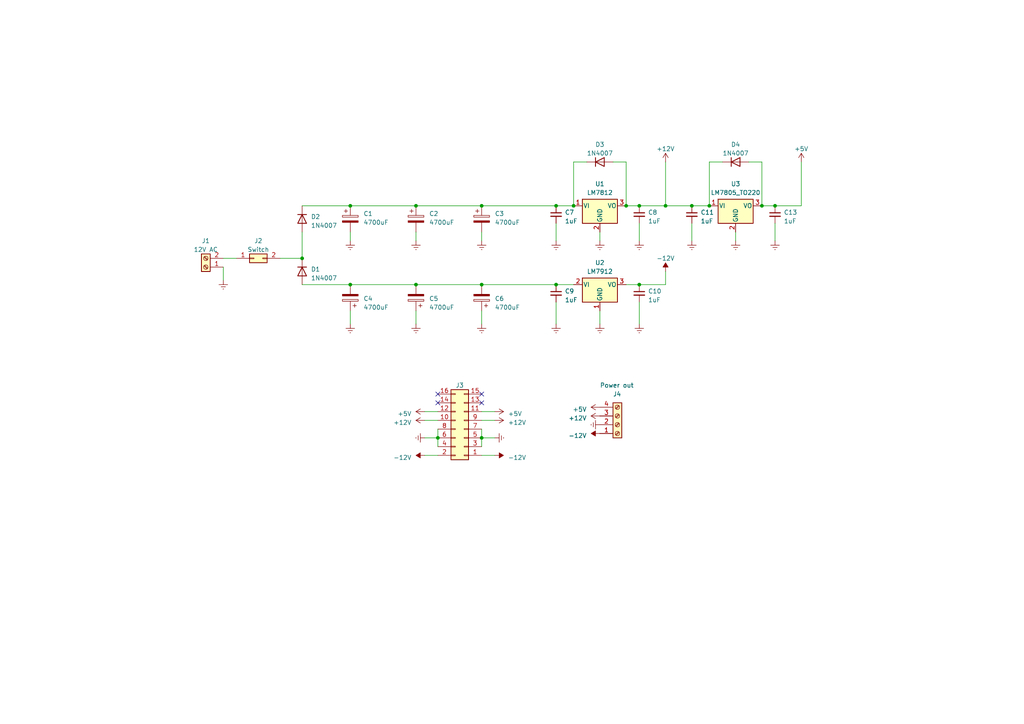
<source format=kicad_sch>
(kicad_sch (version 20230121) (generator eeschema)
  (paper "A4")
  (title_block (title "PSU") (date "2023-04-29") (rev "1") (company "K.A.O.S"))
  (lib_symbols
    (symbol "Connector:Screw_Terminal_01x02" (pin_names (offset 1.016) hide)
      (property "Reference" "J" (at 0 2.54 0))
      (property "Value" "Screw_Terminal_01x02" (at 0 -5.08 0))
      (symbol "Screw_Terminal_01x02_1_1"
        (rectangle (start -1.27 1.27) (end 1.27 -3.81) (stroke (width 0.254)) (fill (type background)))
        (circle (center 0 -2.54) (radius 0.635) (stroke (width 0.1524)))
        (polyline (pts (xy -0.5334 -2.2098) (xy 0.3302 -3.048)) (stroke (width 0.1524)))
        (polyline (pts (xy -0.5334 0.3302) (xy 0.3302 -0.508)) (stroke (width 0.1524)))
        (polyline (pts (xy -0.3556 -2.032) (xy 0.508 -2.8702)) (stroke (width 0.1524)))
        (polyline (pts (xy -0.3556 0.508) (xy 0.508 -0.3302)) (stroke (width 0.1524)))
        (circle (center 0 0) (radius 0.635) (stroke (width 0.1524)))
        (pin passive line (at -5.08 0 0) (length 3.81) (name "Pin_1") (number "1"))
        (pin passive line (at -5.08 -2.54 0) (length 3.81) (name "Pin_2") (number "2"))
      )
    )
    (symbol "Connector:Screw_Terminal_01x04" (pin_names (offset 1.016) hide)
      (property "Reference" "J" (at 0 5.08 0))
      (property "Value" "Screw_Terminal_01x04" (at 0 -7.62 0))
      (symbol "Screw_Terminal_01x04_1_1"
        (rectangle (start -1.27 3.81) (end 1.27 -6.35) (stroke (width 0.254)) (fill (type background)))
        (circle (center 0 -5.08) (radius 0.635) (stroke (width 0.1524)))
        (circle (center 0 -2.54) (radius 0.635) (stroke (width 0.1524)))
        (polyline (pts (xy -0.5334 -4.7498) (xy 0.3302 -5.588)) (stroke (width 0.1524)))
        (polyline (pts (xy -0.5334 -2.2098) (xy 0.3302 -3.048)) (stroke (width 0.1524)))
        (polyline (pts (xy -0.5334 0.3302) (xy 0.3302 -0.508)) (stroke (width 0.1524)))
        (polyline (pts (xy -0.5334 2.8702) (xy 0.3302 2.032)) (stroke (width 0.1524)))
        (polyline (pts (xy -0.3556 -4.572) (xy 0.508 -5.4102)) (stroke (width 0.1524)))
        (polyline (pts (xy -0.3556 -2.032) (xy 0.508 -2.8702)) (stroke (width 0.1524)))
        (polyline (pts (xy -0.3556 0.508) (xy 0.508 -0.3302)) (stroke (width 0.1524)))
        (polyline (pts (xy -0.3556 3.048) (xy 0.508 2.2098)) (stroke (width 0.1524)))
        (circle (center 0 0) (radius 0.635) (stroke (width 0.1524)))
        (circle (center 0 2.54) (radius 0.635) (stroke (width 0.1524)))
        (pin passive line (at -5.08 2.54 0) (length 3.81) (name "Pin_1") (number "1"))
        (pin passive line (at -5.08 0 0) (length 3.81) (name "Pin_2") (number "2"))
        (pin passive line (at -5.08 -2.54 0) (length 3.81) (name "Pin_3") (number "3"))
        (pin passive line (at -5.08 -5.08 0) (length 3.81) (name "Pin_4") (number "4"))
      )
    )
    (symbol "Connector_Generic:Conn_02x01" (pin_names (offset 1.016) hide)
      (property "Reference" "J" (at 1.27 2.54 0))
      (property "Value" "Conn_02x01" (at 1.27 -2.54 0))
      (symbol "Conn_02x01_1_1"
        (rectangle (start -1.27 0.127) (end 0 -0.127) (stroke (width 0.1524)))
        (rectangle (start -1.27 1.27) (end 3.81 -1.27) (stroke (width 0.254)) (fill (type background)))
        (rectangle (start 3.81 0.127) (end 2.54 -0.127) (stroke (width 0.1524)))
        (pin passive line (at -5.08 0 0) (length 3.81) (name "Pin_1") (number "1"))
        (pin passive line (at 7.62 0 180) (length 3.81) (name "Pin_2") (number "2"))
      )
    )
    (symbol "Connector_Generic:Conn_02x08_Odd_Even" (pin_names (offset 1.016) hide)
      (property "Reference" "J" (at 1.27 10.16 0))
      (property "Value" "Conn_02x08_Odd_Even" (at 1.27 -12.7 0))
      (symbol "Conn_02x08_Odd_Even_1_1"
        (rectangle (start -1.27 -10.033) (end 0 -10.287) (stroke (width 0.1524)))
        (rectangle (start -1.27 -7.493) (end 0 -7.747) (stroke (width 0.1524)))
        (rectangle (start -1.27 -4.953) (end 0 -5.207) (stroke (width 0.1524)))
        (rectangle (start -1.27 -2.413) (end 0 -2.667) (stroke (width 0.1524)))
        (rectangle (start -1.27 0.127) (end 0 -0.127) (stroke (width 0.1524)))
        (rectangle (start -1.27 2.667) (end 0 2.413) (stroke (width 0.1524)))
        (rectangle (start -1.27 5.207) (end 0 4.953) (stroke (width 0.1524)))
        (rectangle (start -1.27 7.747) (end 0 7.493) (stroke (width 0.1524)))
        (rectangle (start -1.27 8.89) (end 3.81 -11.43) (stroke (width 0.254)) (fill (type background)))
        (rectangle (start 3.81 -10.033) (end 2.54 -10.287) (stroke (width 0.1524)))
        (rectangle (start 3.81 -7.493) (end 2.54 -7.747) (stroke (width 0.1524)))
        (rectangle (start 3.81 -4.953) (end 2.54 -5.207) (stroke (width 0.1524)))
        (rectangle (start 3.81 -2.413) (end 2.54 -2.667) (stroke (width 0.1524)))
        (rectangle (start 3.81 0.127) (end 2.54 -0.127) (stroke (width 0.1524)))
        (rectangle (start 3.81 2.667) (end 2.54 2.413) (stroke (width 0.1524)))
        (rectangle (start 3.81 5.207) (end 2.54 4.953) (stroke (width 0.1524)))
        (rectangle (start 3.81 7.747) (end 2.54 7.493) (stroke (width 0.1524)))
        (pin passive line (at -5.08 7.62 0) (length 3.81) (name "Pin_1") (number "1"))
        (pin passive line (at 7.62 -2.54 180) (length 3.81) (name "Pin_10") (number "10"))
        (pin passive line (at -5.08 -5.08 0) (length 3.81) (name "Pin_11") (number "11"))
        (pin passive line (at 7.62 -5.08 180) (length 3.81) (name "Pin_12") (number "12"))
        (pin passive line (at -5.08 -7.62 0) (length 3.81) (name "Pin_13") (number "13"))
        (pin passive line (at 7.62 -7.62 180) (length 3.81) (name "Pin_14") (number "14"))
        (pin passive line (at -5.08 -10.16 0) (length 3.81) (name "Pin_15") (number "15"))
        (pin passive line (at 7.62 -10.16 180) (length 3.81) (name "Pin_16") (number "16"))
        (pin passive line (at 7.62 7.62 180) (length 3.81) (name "Pin_2") (number "2"))
        (pin passive line (at -5.08 5.08 0) (length 3.81) (name "Pin_3") (number "3"))
        (pin passive line (at 7.62 5.08 180) (length 3.81) (name "Pin_4") (number "4"))
        (pin passive line (at -5.08 2.54 0) (length 3.81) (name "Pin_5") (number "5"))
        (pin passive line (at 7.62 2.54 180) (length 3.81) (name "Pin_6") (number "6"))
        (pin passive line (at -5.08 0 0) (length 3.81) (name "Pin_7") (number "7"))
        (pin passive line (at 7.62 0 180) (length 3.81) (name "Pin_8") (number "8"))
        (pin passive line (at -5.08 -2.54 0) (length 3.81) (name "Pin_9") (number "9"))
      )
    )
    (symbol "Device:C_Polarized" (pin_numbers hide) (pin_names (offset 0.254))
      (property "Reference" "C" (at 0.635 2.54 0))
      (property "Value" "C_Polarized" (at 0.635 -2.54 0))
      (symbol "C_Polarized_0_1"
        (rectangle (start -2.286 0.508) (end 2.286 1.016))
        (polyline (pts (xy -1.778 2.286) (xy -0.762 2.286)))
        (polyline (pts (xy -1.27 2.794) (xy -1.27 1.778)))
        (rectangle (start 2.286 -0.508) (end -2.286 -1.016) (fill (type outline)))
      )
      (symbol "C_Polarized_1_1"
        (pin passive line (at 0 3.81 270) (length 2.794) (name "~") (number "1"))
        (pin passive line (at 0 -3.81 90) (length 2.794) (name "~") (number "2"))
      )
    )
    (symbol "Device:C_Small" (pin_numbers hide) (pin_names (offset 0.254) hide)
      (property "Reference" "C" (at 0.254 1.778 0))
      (property "Value" "C_Small" (at 0.254 -2.032 0))
      (symbol "C_Small_0_1"
        (polyline (pts (xy -1.524 -0.508) (xy 1.524 -0.508)) (stroke (width 0.3302)))
        (polyline (pts (xy -1.524 0.508) (xy 1.524 0.508)) (stroke (width 0.3048)))
      )
      (symbol "C_Small_1_1"
        (pin passive line (at 0 2.54 270) (length 2.032) (name "~") (number "1"))
        (pin passive line (at 0 -2.54 90) (length 2.032) (name "~") (number "2"))
      )
    )
    (symbol "Diode:1N4007" (pin_numbers hide) (pin_names hide)
      (property "Reference" "D" (at 0 2.54 0))
      (property "Value" "1N4007" (at 0 -2.54 0))
      (symbol "1N4007_0_1"
        (polyline (pts (xy -1.27 1.27) (xy -1.27 -1.27)) (stroke (width 0.254)))
        (polyline (pts (xy 1.27 0) (xy -1.27 0)))
        (polyline (pts (xy 1.27 1.27) (xy 1.27 -1.27) (xy -1.27 0) (xy 1.27 1.27)) (stroke (width 0.254)))
      )
      (symbol "1N4007_1_1"
        (pin passive line (at -3.81 0 0) (length 2.54) (name "K") (number "1"))
        (pin passive line (at 3.81 0 180) (length 2.54) (name "A") (number "2"))
      )
    )
    (symbol "Regulator_Linear:LM7805_TO220" (pin_names (offset 0.254))
      (property "Reference" "U" (at -3.81 3.175 0))
      (property "Value" "LM7805_TO220" (at 0 3.175 0))
      (symbol "LM7805_TO220_0_1"
        (rectangle (start -5.08 1.905) (end 5.08 -5.08) (stroke (width 0.254)) (fill (type background)))
      )
      (symbol "LM7805_TO220_1_1"
        (pin power_in line (at -7.62 0 0) (length 2.54) (name "VI") (number "1"))
        (pin power_in line (at 0 -7.62 90) (length 2.54) (name "GND") (number "2"))
        (pin power_out line (at 7.62 0 180) (length 2.54) (name "VO") (number "3"))
      )
    )
    (symbol "Regulator_Linear:LM7812_TO220" (pin_names (offset 0.254))
      (property "Reference" "U" (at -3.81 3.175 0))
      (property "Value" "LM7812_TO220" (at 0 3.175 0))
      (symbol "LM7812_TO220_0_1"
        (rectangle (start -5.08 1.905) (end 5.08 -5.08) (stroke (width 0.254)) (fill (type background)))
      )
      (symbol "LM7812_TO220_1_1"
        (pin power_in line (at -7.62 0 0) (length 2.54) (name "VI") (number "1"))
        (pin power_in line (at 0 -7.62 90) (length 2.54) (name "GND") (number "2"))
        (pin power_out line (at 7.62 0 180) (length 2.54) (name "VO") (number "3"))
      )
    )
    (symbol "Regulator_Linear:LM7912_TO220" (pin_names (offset 0.254))
      (property "Reference" "U" (at -3.81 -3.175 0))
      (property "Value" "LM7912_TO220" (at 0 -3.175 0))
      (symbol "LM7912_TO220_0_1"
        (rectangle (start -5.08 5.08) (end 5.08 -1.905) (stroke (width 0.254)) (fill (type background)))
      )
      (symbol "LM7912_TO220_1_1"
        (pin power_in line (at 0 7.62 270) (length 2.54) (name "GND") (number "1"))
        (pin power_in line (at -7.62 0 0) (length 2.54) (name "VI") (number "2"))
        (pin power_out line (at 7.62 0 180) (length 2.54) (name "VO") (number "3"))
      )
    )
    (symbol "power:+12V" (power) (pin_names (offset 0))
      (property "Value" "+12V" (at 0 3.556 0))
      (symbol "+12V_0_1"
        (polyline (pts (xy -0.762 1.27) (xy 0 2.54)))
        (polyline (pts (xy 0 0) (xy 0 2.54)))
        (polyline (pts (xy 0 2.54) (xy 0.762 1.27)))
      )
      (symbol "+12V_1_1"
        (pin power_in line (at 0 0 90) (length 0) hide (name "+12V") (number "1"))
      )
    )
    (symbol "power:+5V" (power) (pin_names (offset 0))
      (property "Value" "+5V" (at 0 3.556 0))
      (symbol "+5V_0_1"
        (polyline (pts (xy -0.762 1.27) (xy 0 2.54)))
        (polyline (pts (xy 0 0) (xy 0 2.54)))
        (polyline (pts (xy 0 2.54) (xy 0.762 1.27)))
      )
      (symbol "+5V_1_1"
        (pin power_in line (at 0 0 90) (length 0) hide (name "+5V") (number "1"))
      )
    )
    (symbol "power:-12V" (power) (pin_names (offset 0))
      (property "Value" "-12V" (at 0 3.81 0))
      (symbol "-12V_0_0"
        (pin power_in line (at 0 0 90) (length 0) hide (name "-12V") (number "1"))
      )
      (symbol "-12V_0_1"
        (polyline (pts (xy 0 0) (xy 0 1.27) (xy 0.762 1.27) (xy 0 2.54) (xy -0.762 1.27) (xy 0 1.27)) (fill (type outline)))
      )
    )
    (symbol "power:GNDREF" (power) (pin_names (offset 0))
      (property "Value" "GNDREF" (at 0 -3.81 0))
      (symbol "GNDREF_0_1"
        (polyline (pts (xy -0.635 -1.905) (xy 0.635 -1.905)))
        (polyline (pts (xy -0.127 -2.54) (xy 0.127 -2.54)))
        (polyline (pts (xy 0 -1.27) (xy 0 0)))
        (polyline (pts (xy 1.27 -1.27) (xy -1.27 -1.27)))
      )
      (symbol "GNDREF_1_1"
        (pin power_in line (at 0 0 270) (length 0) hide (name "GNDREF") (number "1"))
      )
    )
  )
  (junction (at 200.66 59.69))
  (junction (at 185.42 59.69))
  (junction (at 139.7 82.55))
  (junction (at 139.7 127))
  (junction (at 161.29 82.55))
  (junction (at 101.6 82.55))
  (junction (at 185.42 82.55))
  (junction (at 87.63 74.93))
  (junction (at 127 127))
  (junction (at 120.65 59.69))
  (junction (at 181.61 59.69))
  (junction (at 139.7 59.69))
  (junction (at 224.79 59.69))
  (junction (at 166.37 59.69))
  (junction (at 120.65 82.55))
  (junction (at 193.04 59.69))
  (junction (at 205.74 59.69))
  (junction (at 161.29 59.69))
  (junction (at 101.6 59.69))
  (junction (at 220.98 59.69))
  (no_connect (at 127 116.84))
  (no_connect (at 139.7 116.84))
  (no_connect (at 139.7 114.3))
  (no_connect (at 127 114.3))
  (wire (pts (xy 101.6 59.69) (xy 120.65 59.69)))
  (wire (pts (xy 139.7 82.55) (xy 161.29 82.55)))
  (wire (pts (xy 205.74 46.99) (xy 205.74 59.69)))
  (wire (pts (xy 139.7 132.08) (xy 143.51 132.08)))
  (wire (pts (xy 139.7 119.38) (xy 143.51 119.38)))
  (wire (pts (xy 166.37 46.99) (xy 166.37 59.69)))
  (wire (pts (xy 232.41 46.99) (xy 232.41 59.69)))
  (wire (pts (xy 161.29 82.55) (xy 166.37 82.55)))
  (wire (pts (xy 200.66 64.77) (xy 200.66 69.85)))
  (wire (pts (xy 139.7 59.69) (xy 161.29 59.69)))
  (wire (pts (xy 217.17 46.99) (xy 220.98 46.99)))
  (wire (pts (xy 101.6 90.17) (xy 101.6 93.98)))
  (wire (pts (xy 123.19 127) (xy 127 127)))
  (wire (pts (xy 139.7 121.92) (xy 143.51 121.92)))
  (wire (pts (xy 139.7 90.17) (xy 139.7 93.98)))
  (wire (pts (xy 209.55 46.99) (xy 205.74 46.99)))
  (wire (pts (xy 87.63 67.31) (xy 87.63 74.93)))
  (wire (pts (xy 220.98 59.69) (xy 224.79 59.69)))
  (wire (pts (xy 161.29 59.69) (xy 166.37 59.69)))
  (wire (pts (xy 185.42 64.77) (xy 185.42 69.85)))
  (wire (pts (xy 185.42 82.55) (xy 193.04 82.55)))
  (wire (pts (xy 139.7 127) (xy 139.7 129.54)))
  (wire (pts (xy 185.42 87.63) (xy 185.42 93.98)))
  (wire (pts (xy 64.77 74.93) (xy 68.58 74.93)))
  (wire (pts (xy 120.65 59.69) (xy 139.7 59.69)))
  (wire (pts (xy 123.19 132.08) (xy 127 132.08)))
  (wire (pts (xy 161.29 87.63) (xy 161.29 93.98)))
  (wire (pts (xy 123.19 121.92) (xy 127 121.92)))
  (wire (pts (xy 181.61 59.69) (xy 185.42 59.69)))
  (wire (pts (xy 139.7 67.31) (xy 139.7 69.85)))
  (wire (pts (xy 193.04 46.99) (xy 193.04 59.69)))
  (wire (pts (xy 200.66 59.69) (xy 205.74 59.69)))
  (wire (pts (xy 81.28 74.93) (xy 87.63 74.93)))
  (wire (pts (xy 120.65 67.31) (xy 120.65 69.85)))
  (wire (pts (xy 173.99 67.31) (xy 173.99 69.85)))
  (wire (pts (xy 101.6 67.31) (xy 101.6 69.85)))
  (wire (pts (xy 177.8 46.99) (xy 181.61 46.99)))
  (wire (pts (xy 120.65 90.17) (xy 120.65 93.98)))
  (wire (pts (xy 87.63 82.55) (xy 101.6 82.55)))
  (wire (pts (xy 220.98 46.99) (xy 220.98 59.69)))
  (wire (pts (xy 193.04 78.74) (xy 193.04 82.55)))
  (wire (pts (xy 161.29 64.77) (xy 161.29 69.85)))
  (wire (pts (xy 101.6 82.55) (xy 120.65 82.55)))
  (wire (pts (xy 139.7 124.46) (xy 139.7 127)))
  (wire (pts (xy 123.19 119.38) (xy 127 119.38)))
  (wire (pts (xy 224.79 59.69) (xy 232.41 59.69)))
  (wire (pts (xy 224.79 64.77) (xy 224.79 69.85)))
  (wire (pts (xy 173.99 90.17) (xy 173.99 93.98)))
  (wire (pts (xy 127 127) (xy 127 129.54)))
  (wire (pts (xy 181.61 59.69) (xy 181.61 46.99)))
  (wire (pts (xy 139.7 127) (xy 143.51 127)))
  (wire (pts (xy 170.18 46.99) (xy 166.37 46.99)))
  (wire (pts (xy 120.65 82.55) (xy 139.7 82.55)))
  (wire (pts (xy 185.42 59.69) (xy 193.04 59.69)))
  (wire (pts (xy 127 124.46) (xy 127 127)))
  (wire (pts (xy 193.04 59.69) (xy 200.66 59.69)))
  (wire (pts (xy 64.77 77.47) (xy 64.77 81.28)))
  (wire (pts (xy 87.63 59.69) (xy 101.6 59.69)))
  (wire (pts (xy 181.61 82.55) (xy 185.42 82.55)))
  (wire (pts (xy 213.36 67.31) (xy 213.36 69.85)))
  (symbol (lib_id "power:GNDREF") (at 173.99 123.19 270) (unit 1)
    (property "Reference" "#PWR028" (effects hide))
    (property "Value" "GNDREF" (effects hide))
  )
  (symbol (lib_id "power:GNDREF") (at 64.77 81.28 0) (unit 1)
    (property "Reference" "#PWR01" (effects hide))
    (property "Value" "GNDREF" (effects hide))
  )
  (symbol (lib_id "power:GNDREF") (at 161.29 69.85 0) (unit 1)
    (property "Reference" "#PWR011" (effects hide))
    (property "Value" "GNDREF" (effects hide))
  )
  (symbol (lib_id "Regulator_Linear:LM7912_TO220") (at 173.99 82.55 0) (mirror x) (unit 1)
    (property "Reference" "U2" (at 173.99 76.2 0))
    (property "Value" "LM7912" (at 173.99 78.74 0))
    (property "Footprint" "Package_TO_SOT_THT:TO-220-3_Vertical" (effects hide))
    (property "Datasheet" "hhttps://www.onsemi.com/pub/Collateral/MC7900-D.PDF" (effects hide))
  )
  (symbol (lib_id "power:+12V") (at 193.04 46.99 0) (unit 1)
    (property "Reference" "#PWR017" (effects hide))
    (property "Value" "+12V" (at 193.04 43.18 0))
  )
  (symbol (lib_id "power:GNDREF") (at 185.42 93.98 0) (unit 1)
    (property "Reference" "#PWR07" (effects hide))
    (property "Value" "GNDREF" (effects hide))
  )
  (symbol (lib_id "power:GNDREF") (at 224.79 69.85 0) (unit 1)
    (property "Reference" "#PWR015" (effects hide))
    (property "Value" "GNDREF" (effects hide))
  )
  (symbol (lib_id "Device:C_Polarized") (at 120.65 86.36 180) (unit 1)
    (property "Reference" "C5" (at 124.46 86.614 0) (effects (justify right)))
    (property "Value" "4700uF" (at 124.46 89.154 0) (effects (justify right)))
  )
  (symbol (lib_id "power:GNDREF") (at 123.19 127 270) (unit 1)
    (property "Reference" "#PWR020" (effects hide))
    (property "Value" "GNDREF" (effects hide))
  )
  (symbol (lib_id "power:GNDREF") (at 139.7 69.85 0) (unit 1)
    (property "Reference" "#PWR010" (effects hide))
    (property "Value" "GNDREF" (effects hide))
  )
  (symbol (lib_id "Device:C_Small") (at 161.29 85.09 0) (unit 1)
    (property "Reference" "C9" (at 163.83 84.4613 0) (effects (justify left)))
    (property "Value" "1uF" (at 163.83 87.0013 0) (effects (justify left)))
  )
  (symbol (lib_id "Connector_Generic:Conn_02x08_Odd_Even") (at 134.62 124.46 180) (unit 1)
    (property "Reference" "J3" (at 133.35 111.76 0))
    (property "Value" "Conn_02x08_Odd_Even" (effects hide))
  )
  (symbol (lib_id "Diode:1N4007") (at 87.63 78.74 270) (unit 1)
    (property "Reference" "D1" (at 90.17 78.105 90) (effects (justify left)))
    (property "Value" "1N4007" (at 90.17 80.645 90) (effects (justify left)))
    (property "Footprint" "Diode_THT:D_DO-41_SOD81_P10.16mm_Horizontal" (effects hide))
    (property "Datasheet" "http://www.vishay.com/docs/88503/1n4001.pdf" (effects hide))
    (property "Sim.Device" "D" (effects hide))
    (property "Sim.Pins" "1=K 2=A" (effects hide))
  )
  (symbol (lib_id "Device:C_Polarized") (at 139.7 63.5 0) (unit 1)
    (property "Reference" "C3" (at 143.51 61.976 0) (effects (justify left)))
    (property "Value" "4700uF" (at 143.51 64.516 0) (effects (justify left)))
  )
  (symbol (lib_id "power:+12V") (at 173.99 120.65 90) (unit 1)
    (property "Reference" "#PWR029" (effects hide))
    (property "Value" "+12V" (at 170.18 121.285 90) (effects (justify left)))
  )
  (symbol (lib_id "Device:C_Polarized") (at 101.6 86.36 180) (unit 1)
    (property "Reference" "C4" (at 105.41 86.614 0) (effects (justify right)))
    (property "Value" "4700uF" (at 105.41 89.154 0) (effects (justify right)))
  )
  (symbol (lib_id "power:GNDREF") (at 185.42 69.85 0) (unit 1)
    (property "Reference" "#PWR013" (effects hide))
    (property "Value" "GNDREF" (effects hide))
  )
  (symbol (lib_id "Device:C_Small") (at 185.42 62.23 0) (unit 1)
    (property "Reference" "C8" (at 187.96 61.6013 0) (effects (justify left)))
    (property "Value" "1uF" (at 187.96 64.1413 0) (effects (justify left)))
  )
  (symbol (lib_id "power:GNDREF") (at 200.66 69.85 0) (unit 1)
    (property "Reference" "#PWR031" (effects hide))
    (property "Value" "GNDREF" (effects hide))
  )
  (symbol (lib_id "power:-12V") (at 193.04 78.74 0) (unit 1)
    (property "Reference" "#PWR016" (effects hide))
    (property "Value" "-12V" (at 193.04 74.93 0))
  )
  (symbol (lib_id "power:-12V") (at 173.99 125.73 90) (unit 1)
    (property "Reference" "#PWR027" (effects hide))
    (property "Value" "-12V" (at 170.18 126.365 90) (effects (justify left)))
  )
  (symbol (lib_id "Device:C_Small") (at 200.66 62.23 0) (unit 1)
    (property "Reference" "C11" (at 203.2 61.6013 0) (effects (justify left)))
    (property "Value" "1uF" (at 203.2 64.1413 0) (effects (justify left)))
  )
  (symbol (lib_id "power:+12V") (at 123.19 121.92 90) (unit 1)
    (property "Reference" "#PWR021" (effects hide))
    (property "Value" "+12V" (at 119.38 122.555 90) (effects (justify left)))
  )
  (symbol (lib_id "Connector:Screw_Terminal_01x04") (at 179.07 123.19 0) (mirror x) (unit 1)
    (property "Reference" "J4" (at 177.8 114.3 0) (effects (justify left)))
    (property "Value" "Power out" (at 173.99 111.76 0) (effects (justify left)))
  )
  (symbol (lib_id "power:-12V") (at 143.51 132.08 270) (unit 1)
    (property "Reference" "#PWR023" (effects hide))
    (property "Value" "-12V" (at 147.32 132.715 90) (effects (justify left)))
  )
  (symbol (lib_id "Device:C_Polarized") (at 139.7 86.36 180) (unit 1)
    (property "Reference" "C6" (at 143.51 86.614 0) (effects (justify right)))
    (property "Value" "4700uF" (at 143.51 89.154 0) (effects (justify right)))
  )
  (symbol (lib_id "power:GNDREF") (at 143.51 127 90) (unit 1)
    (property "Reference" "#PWR019" (effects hide))
    (property "Value" "GNDREF" (effects hide))
  )
  (symbol (lib_id "power:-12V") (at 123.19 132.08 90) (unit 1)
    (property "Reference" "#PWR024" (effects hide))
    (property "Value" "-12V" (at 119.38 132.715 90) (effects (justify left)))
  )
  (symbol (lib_id "Diode:1N4007") (at 87.63 63.5 270) (unit 1)
    (property "Reference" "D2" (at 90.17 62.865 90) (effects (justify left)))
    (property "Value" "1N4007" (at 90.17 65.405 90) (effects (justify left)))
    (property "Footprint" "Diode_THT:D_DO-41_SOD81_P10.16mm_Horizontal" (effects hide))
    (property "Datasheet" "http://www.vishay.com/docs/88503/1n4001.pdf" (effects hide))
    (property "Sim.Device" "D" (effects hide))
    (property "Sim.Pins" "1=K 2=A" (effects hide))
  )
  (symbol (lib_id "Device:C_Small") (at 224.79 62.23 0) (unit 1)
    (property "Reference" "C13" (at 227.33 61.6013 0) (effects (justify left)))
    (property "Value" "1uF" (at 227.33 64.1413 0) (effects (justify left)))
  )
  (symbol (lib_id "power:GNDREF") (at 120.65 93.98 0) (unit 1)
    (property "Reference" "#PWR03" (effects hide))
    (property "Value" "GNDREF" (effects hide))
  )
  (symbol (lib_id "power:+5V") (at 173.99 118.11 90) (unit 1)
    (property "Reference" "#PWR030" (effects hide))
    (property "Value" "+5V" (at 170.18 118.745 90) (effects (justify left)))
  )
  (symbol (lib_id "power:+5V") (at 143.51 119.38 270) (unit 1)
    (property "Reference" "#PWR026" (effects hide))
    (property "Value" "+5V" (at 147.32 120.015 90) (effects (justify left)))
  )
  (symbol (lib_id "power:GNDREF") (at 120.65 69.85 0) (unit 1)
    (property "Reference" "#PWR09" (effects hide))
    (property "Value" "GNDREF" (effects hide))
  )
  (symbol (lib_id "Diode:1N4007") (at 213.36 46.99 0) (unit 1)
    (property "Reference" "D4" (at 213.36 41.91 0))
    (property "Value" "1N4007" (at 213.36 44.45 0))
    (property "Footprint" "Diode_THT:D_DO-41_SOD81_P10.16mm_Horizontal" (effects hide))
    (property "Datasheet" "http://www.vishay.com/docs/88503/1n4001.pdf" (effects hide))
    (property "Sim.Device" "D" (effects hide))
    (property "Sim.Pins" "1=K 2=A" (effects hide))
  )
  (symbol (lib_id "power:GNDREF") (at 139.7 93.98 0) (unit 1)
    (property "Reference" "#PWR04" (effects hide))
    (property "Value" "GNDREF" (effects hide))
  )
  (symbol (lib_id "Diode:1N4007") (at 173.99 46.99 0) (unit 1)
    (property "Reference" "D3" (at 173.99 41.91 0))
    (property "Value" "1N4007" (at 173.99 44.45 0))
    (property "Footprint" "Diode_THT:D_DO-41_SOD81_P10.16mm_Horizontal" (effects hide))
    (property "Datasheet" "http://www.vishay.com/docs/88503/1n4001.pdf" (effects hide))
    (property "Sim.Device" "D" (effects hide))
    (property "Sim.Pins" "1=K 2=A" (effects hide))
  )
  (symbol (lib_id "Device:C_Small") (at 185.42 85.09 0) (unit 1)
    (property "Reference" "C10" (at 187.96 84.4613 0) (effects (justify left)))
    (property "Value" "1uF" (at 187.96 87.0013 0) (effects (justify left)))
  )
  (symbol (lib_id "power:GNDREF") (at 213.36 69.85 0) (unit 1)
    (property "Reference" "#PWR014" (effects hide))
    (property "Value" "GNDREF" (effects hide))
  )
  (symbol (lib_id "Device:C_Small") (at 161.29 62.23 0) (unit 1)
    (property "Reference" "C7" (at 163.83 61.6013 0) (effects (justify left)))
    (property "Value" "1uF" (at 163.83 64.1413 0) (effects (justify left)))
  )
  (symbol (lib_id "power:+12V") (at 143.51 121.92 270) (unit 1)
    (property "Reference" "#PWR022" (effects hide))
    (property "Value" "+12V" (at 147.32 122.555 90) (effects (justify left)))
  )
  (symbol (lib_id "power:+5V") (at 123.19 119.38 90) (unit 1)
    (property "Reference" "#PWR025" (effects hide))
    (property "Value" "+5V" (at 119.38 120.015 90) (effects (justify left)))
  )
  (symbol (lib_id "power:GNDREF") (at 101.6 69.85 0) (unit 1)
    (property "Reference" "#PWR08" (effects hide))
    (property "Value" "GNDREF" (effects hide))
  )
  (symbol (lib_id "power:+5V") (at 232.41 46.99 0) (unit 1)
    (property "Reference" "#PWR018" (effects hide))
    (property "Value" "+5V" (at 232.41 43.18 0))
  )
  (symbol (lib_id "Device:C_Polarized") (at 120.65 63.5 0) (unit 1)
    (property "Reference" "C2" (at 124.46 61.976 0) (effects (justify left)))
    (property "Value" "4700uF" (at 124.46 64.516 0) (effects (justify left)))
  )
  (symbol (lib_id "power:GNDREF") (at 161.29 93.98 0) (unit 1)
    (property "Reference" "#PWR05" (effects hide))
    (property "Value" "GNDREF" (effects hide))
  )
  (symbol (lib_id "power:GNDREF") (at 101.6 93.98 0) (unit 1)
    (property "Reference" "#PWR02" (effects hide))
    (property "Value" "GNDREF" (effects hide))
  )
  (symbol (lib_id "Device:C_Polarized") (at 101.6 63.5 0) (unit 1)
    (property "Reference" "C1" (at 105.41 61.976 0) (effects (justify left)))
    (property "Value" "4700uF" (at 105.41 64.516 0) (effects (justify left)))
  )
  (symbol (lib_id "Connector_Generic:Conn_02x01") (at 73.66 74.93 0) (unit 1)
    (property "Reference" "J2" (at 74.93 69.85 0))
    (property "Value" "Switch" (at 74.93 72.39 0))
  )
  (symbol (lib_id "Regulator_Linear:LM7805_TO220") (at 213.36 59.69 0) (unit 1)
    (property "Reference" "U3" (at 213.36 53.34 0))
    (property "Value" "LM7805_TO220" (at 213.36 55.88 0))
    (property "Footprint" "Package_TO_SOT_THT:TO-220-3_Vertical" (effects hide))
    (property "Datasheet" "https://www.onsemi.cn/PowerSolutions/document/MC7800-D.PDF" (effects hide))
  )
  (symbol (lib_id "Regulator_Linear:LM7812_TO220") (at 173.99 59.69 0) (unit 1)
    (property "Reference" "U1" (at 173.99 53.34 0))
    (property "Value" "LM7812" (at 173.99 55.88 0))
    (property "Footprint" "Package_TO_SOT_THT:TO-220-3_Vertical" (effects hide))
    (property "Datasheet" "https://www.onsemi.cn/PowerSolutions/document/MC7800-D.PDF" (effects hide))
  )
  (symbol (lib_id "Connector:Screw_Terminal_01x02") (at 59.69 77.47 180) (unit 1)
    (property "Reference" "J1" (at 59.69 69.85 0))
    (property "Value" "12V AC" (at 59.69 72.39 0))
  )
  (symbol (lib_id "power:GNDREF") (at 173.99 69.85 0) (unit 1)
    (property "Reference" "#PWR012" (effects hide))
    (property "Value" "GNDREF" (effects hide))
  )
  (symbol (lib_id "power:GNDREF") (at 173.99 93.98 0) (unit 1)
    (property "Reference" "#PWR06" (effects hide))
    (property "Value" "GNDREF" (effects hide))
  )
)
</source>
